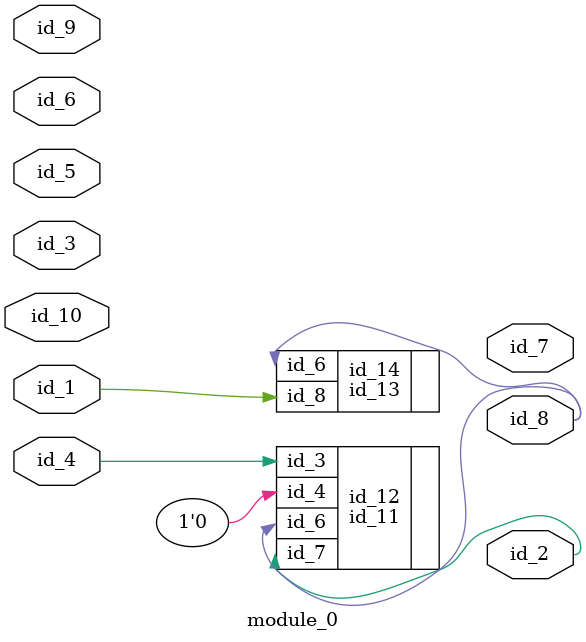
<source format=v>
`define pp_1 0
module module_0 (
    id_1,
    id_2,
    id_3,
    id_4,
    id_5,
    id_6,
    id_7,
    id_8,
    id_9,
    id_10
);
  input id_10;
  input id_9;
  output id_8;
  output id_7;
  input id_6;
  input id_5;
  input id_4;
  input id_3;
  output id_2;
  input id_1;
  id_11 id_12 (
      .id_3(id_4),
      .id_6(id_8),
      .id_4(1'h0),
      .id_7(id_2)
  );
  id_13 id_14 (
      .id_6(id_8),
      .id_8(id_1)
  );
endmodule

</source>
